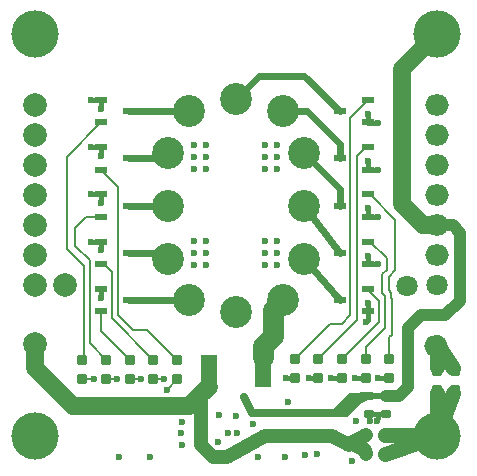
<source format=gbl>
%FSTAX44Y44*%
%MOIN*%
%SFA1B1*%

%IPPOS*%
%AMD28*
4,1,8,-0.015700,0.007800,-0.015700,-0.007800,-0.009800,-0.013800,0.009800,-0.013800,0.015700,-0.007800,0.015700,0.007800,0.009800,0.013800,-0.009800,0.013800,-0.015700,0.007800,0.0*
1,1,0.011890,-0.009800,0.007800*
1,1,0.011890,-0.009800,-0.007800*
1,1,0.011890,0.009800,-0.007800*
1,1,0.011890,0.009800,0.007800*
%
%AMD40*
4,1,8,-0.017700,0.011500,-0.017700,-0.011500,-0.011500,-0.017700,0.011500,-0.017700,0.017700,-0.011500,0.017700,0.011500,0.011500,0.017700,-0.011500,0.017700,-0.017700,0.011500,0.0*
1,1,0.012441,-0.011500,0.011500*
1,1,0.012441,-0.011500,-0.011500*
1,1,0.012441,0.011500,-0.011500*
1,1,0.012441,0.011500,0.011500*
%
%AMD41*
4,1,8,0.011500,0.017700,-0.011500,0.017700,-0.017700,0.011500,-0.017700,-0.011500,-0.011500,-0.017700,0.011500,-0.017700,0.017700,-0.011500,0.017700,0.011500,0.011500,0.017700,0.0*
1,1,0.012441,0.011500,0.011500*
1,1,0.012441,-0.011500,0.011500*
1,1,0.012441,-0.011500,-0.011500*
1,1,0.012441,0.011500,-0.011500*
%
%ADD10C,0.007874*%
%ADD24C,0.015748*%
G04~CAMADD=28~8~0.0~0.0~275.6~315.0~59.4~0.0~15~0.0~0.0~0.0~0.0~0~0.0~0.0~0.0~0.0~0~0.0~0.0~0.0~90.0~315.0~275.0*
%ADD28D28*%
%ADD29C,0.027559*%
%ADD32C,0.157480*%
%ADD33C,0.070866*%
%ADD34C,0.078740*%
%ADD35O,0.078740X0.070866*%
%ADD36C,0.106299*%
%ADD37C,0.023622*%
%ADD38C,0.047244*%
G04~CAMADD=40~8~0.0~0.0~354.3~354.3~62.2~0.0~15~0.0~0.0~0.0~0.0~0~0.0~0.0~0.0~0.0~0~0.0~0.0~0.0~90.0~354.0~354.0*
%ADD40D40*%
G04~CAMADD=41~8~0.0~0.0~354.3~354.3~62.2~0.0~15~0.0~0.0~0.0~0.0~0~0.0~0.0~0.0~0.0~0~0.0~0.0~0.0~0.0~354.3~354.3*
%ADD41D41*%
%ADD42R,0.039370X0.023622*%
%ADD43R,0.055118X0.106299*%
%ADD44C,0.059055*%
%ADD45C,0.039370*%
%ADD46C,0.019685*%
%ADD47C,0.051181*%
%ADD48C,0.023622*%
%ADD49C,0.070866*%
%LNnixie_in12-1*%
%LPD*%
G36*
X00010433Y00000787D02*
X00010871Y00001151D01*
X00010826Y00001377*
X00010503Y00001431*
X00009842Y00000787*
X00010433*
G37*
G54D10*
X0001116Y00008051D02*
X00012008Y00007203D01*
X00011179Y00006476D02*
X00011718Y00005937D01*
X00011882Y00004609D02*
X00011885Y00004606D01*
X0001147Y00003793D02*
Y00004496D01*
X0001179Y00004857D02*
X00011882Y00004765D01*
X00011578Y00004767D02*
Y00005402D01*
X00011882Y00004609D02*
Y00004765D01*
X00012008Y00005522D02*
Y00007203D01*
X00011578Y00005402D02*
X00011718Y00005542D01*
X0001179Y00005303D02*
X00012008Y00005522D01*
X00011578Y00004767D02*
X00011667Y00004678D01*
X0001179Y00004857D02*
Y00005303D01*
X00011718Y00005542D02*
Y00005937D01*
X00011023Y00002952D02*
X00011667Y00003596D01*
X00011885Y00003368D02*
Y00004606D01*
X00011102Y00004864D02*
Y00004901D01*
X00011667Y00003596D02*
Y00004678D01*
X00011102Y00004864D02*
X0001147Y00004496D01*
X00011806Y00003289D02*
X00011885Y00003368D01*
X00011102Y00008051D02*
X0001116D01*
X00011023Y00002559D02*
Y00002952D01*
X00010236Y00002559D02*
X0001147Y00003793D01*
X00001581Y00002544D02*
X00001623Y00002587D01*
X00001062Y00006222D02*
X00001623Y00005661D01*
Y00002587D02*
Y00005661D01*
X0000182Y00003092D02*
Y00005856D01*
Y00003092D02*
X00002368Y00002544D01*
X00001338Y00006338D02*
X0000182Y00005856D01*
X00001062Y0000931D02*
X00002204Y00010452D01*
X00001062Y00006222D02*
Y0000931D01*
X00001338Y00006338D02*
Y00006929D01*
X00002204Y00008877D02*
X00002768Y00008314D01*
Y00004042D02*
X00003267Y00003543D01*
X00002768Y00004042D02*
Y00008314D01*
X00004403Y00001547D02*
X00004731Y00001914D01*
X00004731Y00001914D02*
X00004731Y00001914D01*
X00011806Y00002563D02*
Y00003289D01*
X00011102Y00006476D02*
X00011179D01*
X00010737Y00003856D02*
Y00009335D01*
X00011028Y00009625D02*
X00011102D01*
X00010737Y00009335D02*
X00011028Y00009625D01*
X00009444Y00002563D02*
X00010737Y00003856D01*
X00010516Y0000402D02*
Y00010614D01*
X00010218Y00003722D02*
X00010516Y0000402D01*
Y00010614D02*
X00011102Y000112D01*
X00008661Y00002559D02*
X00009824Y00003722D01*
X00010218*
X00003943Y00001914D02*
X00004316Y00001916D01*
X00003156Y00001914D02*
X00003529Y00001916D01*
X00002368Y00001914D02*
X00002741Y00001916D01*
X00001581Y00001914D02*
X00001954Y00001916D01*
X00003732Y00003543D02*
X00004731Y00002544D01*
X00003267Y00003543D02*
X00003732D01*
X00002284Y00005728D02*
X00002559Y00005453D01*
Y00003929D02*
X00003943Y00002544D01*
X00002559Y00003929D02*
Y00005453D01*
X00002204Y00005728D02*
X00002284D01*
X00002204Y00003496D02*
Y00004153D01*
Y00003496D02*
X00003156Y00002544D01*
X00001712Y00007303D02*
X00002204D01*
X00001338Y00006929D02*
X00001712Y00007303D01*
G54D24*
X00011141Y00000687D02*
D01*
Y00000686*
Y00000686*
Y00000686*
Y00000686*
Y00000685*
Y0000059D02*
D01*
X00011142Y00000579*
X00011143Y00000568*
X00011143Y00000566*
X0001142Y00000585D02*
D01*
X0001142Y00000586*
X0001142Y00000587*
X0001142Y00000588*
X0001142Y00000589*
X0001142Y0000059*
X00011109Y00005721D02*
X00011442D01*
X00011102Y00004153D02*
X00011106Y00004437D01*
X00011109Y00007296D02*
X00011442D01*
X00011109Y00008871D02*
X00011442D01*
X00009879Y00001929D02*
X00010236Y00001929D01*
X00010666Y00001929D02*
X00011023Y00001929D01*
X00011102Y00003866D02*
Y00004153D01*
X00011038Y00003802D02*
X00011102Y00003866D01*
Y00005728D02*
X00011106Y00006011D01*
X00011102Y00007303D02*
X00011106Y00007586D01*
X00011102Y00008877D02*
X00011106Y00009161D01*
X00011102Y00010452D02*
X00011106Y00010736D01*
X00011109Y00010446D02*
X00011442D01*
X00011143Y00000566D02*
X00011155Y00000491D01*
X00011141Y00000687D02*
Y00000688D01*
Y00000685D02*
Y0000059D01*
Y00000747D02*
Y00000688D01*
X00011416Y00000493D02*
X0001142Y00000585D01*
X00011415Y00000493D02*
X00011416D01*
X0001142Y00000748D02*
Y0000059D01*
X00011449Y00001929D02*
X00011806Y00001928D01*
X00002194Y00009629D02*
X00002201Y00009622D01*
X00002194Y00011204D02*
X00002201Y00011197D01*
X00002191Y00008051D02*
X00002198Y00008044D01*
X00002191Y00006476D02*
X00002198Y00006469D01*
X00002191Y00004901D02*
X00002198Y00004894D01*
X0001142Y00000748D02*
X00011698D01*
X00011141Y00000747D02*
X0001142Y00000748D01*
X0000914Y00001933D02*
X00009444D01*
X00008357Y00001929D02*
X00008661D01*
X00002204Y00009625D02*
X00002208Y00009629D01*
X00002201Y00009622D02*
X00002204Y00009625D01*
Y000112D02*
X00002208Y00011204D01*
X00002201Y00011197D02*
X00002204Y000112D01*
X00002198Y00004894D02*
X00002204Y00004901D01*
X00002194Y00004611D02*
X00002198Y00004894D01*
Y00006469D02*
X00002204Y00006476D01*
X00001857D02*
X00002191D01*
X00002194Y00006186D02*
X00002198Y00006469D01*
X00001861Y00011204D02*
X00002194D01*
X00002197Y00010914D02*
X00002201Y00011197D01*
X00001861Y00009629D02*
X00002194D01*
X00002197Y00009339D02*
X00002201Y00009622D01*
X00002194Y00007761D02*
X00002198Y00008044D01*
X00001857Y00008051D02*
X00002191D01*
X00002198Y00008044D02*
X00002204Y00008051D01*
G54D28*
X00011698Y00000748D03*
Y00001338D03*
X00011141Y00000747D03*
Y00001338D03*
G54D29*
X0000697Y00001286D02*
X00007222Y00000782D01*
X00010377Y00000771D02*
X00010703Y00001097D01*
X00007659Y00000771D02*
X00010377D01*
X00007247Y00000772D02*
X00007658D01*
G54D32*
X0Y00013385D03*
X00013385Y0D03*
Y00013385D03*
X0Y0D03*
G54D33*
X00012388Y00005014D03*
X00013393Y00005027D03*
G54D34*
X00001005Y00005038D03*
X0Y00005039D03*
Y00010023D03*
Y00009023D03*
Y00008023D03*
Y00007023D03*
Y00011023D03*
Y00006023D03*
Y00003055D03*
G54D35*
X00013385Y00011023D03*
Y00008023D03*
Y00007023D03*
Y00009023D03*
Y00006023D03*
Y00010023D03*
X00013379Y00003012D03*
G54D36*
X00008956Y00005905D03*
Y00007677D03*
Y00009448D03*
X00004429D03*
Y00007677D03*
Y00005905D03*
X00006692Y00004133D03*
Y0001122D03*
X00005118Y00004527D03*
Y00010826D03*
X00008267D03*
Y00004527D03*
G54D37*
X00011442Y00005721D03*
X00011106Y00004437D03*
X00010561Y-00000837D03*
X00007677Y00008897D03*
Y00009685D03*
Y00009291D03*
X0000807D03*
Y00009685D03*
Y00008897D03*
X00005314D03*
Y00009685D03*
Y00009291D03*
X00005708D03*
Y00009685D03*
Y00008897D03*
X00007677Y00006496D03*
Y00005708D03*
Y00006102D03*
X0000807D03*
Y00005708D03*
Y00006496D03*
X00005314D03*
Y00005708D03*
Y00006102D03*
X00005708D03*
Y00005708D03*
Y00006496D03*
X00006739Y00000088D03*
X00008996Y-00000619D03*
X00008342Y-0000069D03*
X00009396Y-00000592D03*
X00007247Y00000772D03*
X00007277Y00000393D03*
X00011442Y00007296D03*
Y00008871D03*
X00008446Y00001149D03*
X00006417Y00000089D03*
X00010702Y00000491D03*
X00009879Y00001929D03*
X00010666D03*
X00011038Y00003802D03*
X00011106Y00006011D03*
Y00007586D03*
Y00009161D03*
Y00010736D03*
X00011442Y00010446D03*
X00004907Y00000456D03*
X00004871Y00000093D03*
X00004914Y-00000305D03*
X00006117Y00000689D03*
X00006109Y-00000189D03*
X00011155Y00000491D03*
X00007441Y-00000707D03*
X00011415Y00000493D03*
X00003825Y-00000699D03*
X00011449Y00001929D03*
X00010703Y00001097D03*
X00006689Y00000653D03*
X00004403Y00001547D03*
X00001954Y00001916D03*
X00002741D03*
X00004316D03*
X00003529D03*
X00002812Y-00000697D03*
X0000914Y00001933D03*
X00008357Y00001929D03*
X00010559Y00001329D03*
X0000697Y00001286D03*
X00002194Y00004611D03*
X00001857Y00006476D03*
X00002194Y00006186D03*
X00001861Y00011204D03*
X00002197Y00010914D03*
X00001861Y00009629D03*
X00002197Y00009339D03*
X00002194Y00007761D03*
X00001857Y00008051D03*
G54D38*
X00010523Y-0000024D02*
X00011023Y00000017D01*
X00010498Y-00000253D02*
X00010523Y-0000024D01*
X00005536Y-00000312D02*
D01*
X00007677Y0D02*
X00009844D01*
X00009895D02*
X00010475Y-00000298D01*
X00010988Y-00000479D02*
X00011023Y-0000059D01*
X00010523Y-0000024D02*
X00010988Y-00000479D01*
X00005536Y-00000312D02*
Y00001396D01*
Y-00000312D02*
X00005923Y-00000699D01*
X00006401D02*
X00007677Y0D01*
X00005923Y-00000699D02*
X00006401D01*
X00005787Y00001647D02*
Y00002165D01*
G54D40*
X00011023Y-0000059D03*
X00011653D03*
X00011023Y00000017D03*
X00011653D03*
G54D41*
X00013385Y00002165D03*
Y00001535D03*
X0001399Y00002165D03*
Y00001535D03*
X00004731Y00001914D03*
Y00002544D03*
X00002368Y00001914D03*
Y00002544D03*
X00010236Y00001929D03*
Y00002559D03*
X00003156Y00001914D03*
Y00002544D03*
X00003943Y00001914D03*
Y00002544D03*
X00001581Y00001914D03*
Y00002544D03*
X00008661Y00001929D03*
Y00002559D03*
X00009444Y00001933D03*
Y00002563D03*
X00011806Y00001933D03*
Y00002563D03*
X00011023Y00001929D03*
Y00002559D03*
G54D42*
X00003149Y00010826D03*
X00002204Y000112D03*
Y00010452D03*
X00003149Y00009251D03*
X00002204Y00009625D03*
Y00008877D03*
X00003149Y00006102D03*
X00002204Y00006476D03*
Y00005728D03*
X00003149Y00004527D03*
X00002204Y00004901D03*
Y00004153D03*
X00010157Y00004527D03*
X00011102Y00004153D03*
Y00004901D03*
X00003149Y00007677D03*
X00002204Y00008051D03*
Y00007303D03*
X00010157Y00009251D03*
X00011102Y00008877D03*
Y00009625D03*
X00010157Y00010826D03*
X00011102Y00010452D03*
Y000112D03*
X00010157Y00006102D03*
X00011102Y00005728D03*
Y00006476D03*
X00010157Y00007677D03*
X00011102Y00007303D03*
Y00008051D03*
G54D43*
X00005787Y00002165D03*
X00007598D03*
G54D44*
X00012934Y00007023D02*
X00013385D01*
X00012231Y00007726D02*
Y00012231D01*
Y00007726D02*
X00012934Y00007023D01*
X00012231Y00012231D02*
X00013385Y00013385D01*
X0Y00002264D02*
Y00003055D01*
X00001267Y00000996D02*
X00005136D01*
X0Y00002264D02*
X00001267Y00000996D01*
X00005136D02*
X00005536Y00001396D01*
X00005787Y00001647*
X00013368Y00000017D02*
X00013385Y0D01*
G54D45*
X00014172Y00004515D02*
Y00006775D01*
X00013385Y00007023D02*
X00013924D01*
X00014172Y00006775*
X00013674Y00004018D02*
X00014172Y00004515D01*
X00012442Y00003584D02*
X00012876Y00004018D01*
X00013674*
X00012144Y00001338D02*
X00012442Y00001636D01*
Y00003584*
X00011698Y00001338D02*
X00012144D01*
G54D46*
X00010559Y00001329D02*
X00011141Y00001351D01*
X00010869Y00001188D02*
X00011141Y00001338D01*
X00010703Y00001097D02*
X00010869Y00001188D01*
X00011142Y00001338D02*
X00011698D01*
X00011141Y00001338D02*
X00011142Y00001338D01*
G54D47*
X00013438Y00003049D02*
X00013931Y00002259D01*
X00013385Y00002286D02*
Y00003133D01*
X00013438Y00003049*
X00011653Y-0000059D02*
X00013385Y0D01*
X00011653Y00000017D02*
X00013368D01*
X00013385Y0D02*
X00013946Y00001424D01*
X00013385Y0D02*
Y00001447D01*
G54D48*
X00007658Y00000772D02*
X00007659Y00000771D01*
X00003149Y00010826D02*
X00005118D01*
X00004232Y00009251D02*
X00004429Y00009448D01*
X00003149Y00009251D02*
X00004232D01*
X00003149Y00007677D02*
X00004429D01*
X00004232Y00006102D02*
X00004429Y00005905D01*
X00003149Y00006102D02*
X00004232D01*
X00003149Y00004527D02*
X00005118D01*
X00006692Y0001122D02*
X0000748Y00012007D01*
X00008976*
X00010157Y00010826*
X00008267D02*
X00009055D01*
X00010157Y00009724*
Y00009251D02*
Y00009724D01*
X00008956Y00009448D02*
X00010157Y00008248D01*
Y00007677D02*
Y00008248D01*
X00008956Y00007677D02*
X00010157Y00006102D01*
X00008956Y00005905D02*
X00010157Y00004527D01*
X00005118Y00010826D02*
D01*
X00004429Y00007677D02*
D01*
X00005118Y00004527D02*
D01*
G54D49*
X00007598Y00002648D02*
Y00003005D01*
X00007927Y00003335D02*
Y00004187D01*
X00007598Y00003005D02*
X00007927Y00003335D01*
Y00004187D02*
X00008267Y00004527D01*
M02*
</source>
